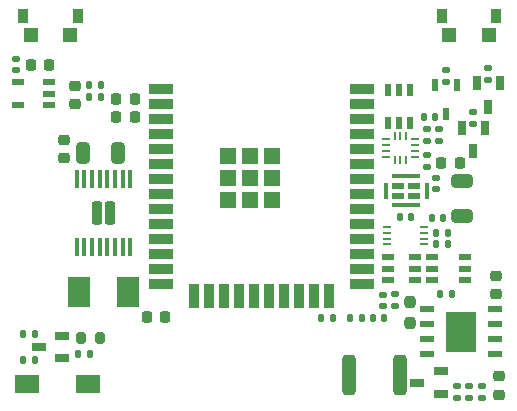
<source format=gbr>
%TF.GenerationSoftware,KiCad,Pcbnew,(6.0.9-0)*%
%TF.CreationDate,2022-11-23T11:56:12+01:00*%
%TF.ProjectId,GlowBand PCB,476c6f77-4261-46e6-9420-5043422e6b69,rev?*%
%TF.SameCoordinates,Original*%
%TF.FileFunction,Paste,Top*%
%TF.FilePolarity,Positive*%
%FSLAX46Y46*%
G04 Gerber Fmt 4.6, Leading zero omitted, Abs format (unit mm)*
G04 Created by KiCad (PCBNEW (6.0.9-0)) date 2022-11-23 11:56:12*
%MOMM*%
%LPD*%
G01*
G04 APERTURE LIST*
G04 Aperture macros list*
%AMRoundRect*
0 Rectangle with rounded corners*
0 $1 Rounding radius*
0 $2 $3 $4 $5 $6 $7 $8 $9 X,Y pos of 4 corners*
0 Add a 4 corners polygon primitive as box body*
4,1,4,$2,$3,$4,$5,$6,$7,$8,$9,$2,$3,0*
0 Add four circle primitives for the rounded corners*
1,1,$1+$1,$2,$3*
1,1,$1+$1,$4,$5*
1,1,$1+$1,$6,$7*
1,1,$1+$1,$8,$9*
0 Add four rect primitives between the rounded corners*
20,1,$1+$1,$2,$3,$4,$5,0*
20,1,$1+$1,$4,$5,$6,$7,0*
20,1,$1+$1,$6,$7,$8,$9,0*
20,1,$1+$1,$8,$9,$2,$3,0*%
G04 Aperture macros list end*
%ADD10RoundRect,0.140000X-0.140000X-0.170000X0.140000X-0.170000X0.140000X0.170000X-0.140000X0.170000X0*%
%ADD11RoundRect,0.225000X-0.250000X0.225000X-0.250000X-0.225000X0.250000X-0.225000X0.250000X0.225000X0*%
%ADD12R,0.900000X1.200000*%
%ADD13R,1.200000X1.300000*%
%ADD14O,0.750013X0.250013*%
%ADD15RoundRect,0.200000X0.200000X0.275000X-0.200000X0.275000X-0.200000X-0.275000X0.200000X-0.275000X0*%
%ADD16RoundRect,0.135000X0.185000X-0.135000X0.185000X0.135000X-0.185000X0.135000X-0.185000X-0.135000X0*%
%ADD17RoundRect,0.135000X0.135000X0.185000X-0.135000X0.185000X-0.135000X-0.185000X0.135000X-0.185000X0*%
%ADD18RoundRect,0.225000X0.250000X-0.225000X0.250000X0.225000X-0.250000X0.225000X-0.250000X-0.225000X0*%
%ADD19RoundRect,0.140000X-0.170000X0.140000X-0.170000X-0.140000X0.170000X-0.140000X0.170000X0.140000X0*%
%ADD20R,1.250013X0.700000*%
%ADD21R,1.050013X0.550013*%
%ADD22R,0.450013X1.400000*%
%ADD23R,2.400000X0.450013*%
%ADD24RoundRect,0.232500X0.232500X-0.757500X0.232500X0.757500X-0.232500X0.757500X-0.232500X-0.757500X0*%
%ADD25RoundRect,0.100000X0.100000X-0.687500X0.100000X0.687500X-0.100000X0.687500X-0.100000X-0.687500X0*%
%ADD26RoundRect,0.237500X0.237500X-0.250000X0.237500X0.250000X-0.237500X0.250000X-0.237500X-0.250000X0*%
%ADD27RoundRect,0.250000X0.312500X1.450000X-0.312500X1.450000X-0.312500X-1.450000X0.312500X-1.450000X0*%
%ADD28RoundRect,0.135000X-0.135000X-0.185000X0.135000X-0.185000X0.135000X0.185000X-0.135000X0.185000X0*%
%ADD29R,1.000000X0.600000*%
%ADD30R,2.046380X1.620015*%
%ADD31RoundRect,0.135000X-0.185000X0.135000X-0.185000X-0.135000X0.185000X-0.135000X0.185000X0.135000X0*%
%ADD32RoundRect,0.225000X-0.225000X-0.250000X0.225000X-0.250000X0.225000X0.250000X-0.225000X0.250000X0*%
%ADD33R,0.675006X0.280010*%
%ADD34R,0.280010X0.675006*%
%ADD35RoundRect,0.250000X-0.325000X-0.650000X0.325000X-0.650000X0.325000X0.650000X-0.325000X0.650000X0*%
%ADD36R,0.700000X1.250013*%
%ADD37RoundRect,0.225000X0.225000X0.250000X-0.225000X0.250000X-0.225000X-0.250000X0.225000X-0.250000X0*%
%ADD38RoundRect,0.140000X0.170000X-0.140000X0.170000X0.140000X-0.170000X0.140000X-0.170000X-0.140000X0*%
%ADD39R,2.000000X0.900000*%
%ADD40R,0.900000X2.000000*%
%ADD41R,1.330000X1.330000*%
%ADD42R,1.000000X0.550013*%
%ADD43R,0.600000X1.070003*%
%ADD44RoundRect,0.140000X0.140000X0.170000X-0.140000X0.170000X-0.140000X-0.170000X0.140000X-0.170000X0*%
%ADD45R,1.072009X0.532004*%
%ADD46R,1.900000X2.500000*%
%ADD47RoundRect,0.250000X-0.650000X0.325000X-0.650000X-0.325000X0.650000X-0.325000X0.650000X0.325000X0*%
%ADD48R,0.550013X1.000000*%
%ADD49R,1.200000X0.600000*%
%ADD50R,2.500000X3.499873*%
G04 APERTURE END LIST*
D10*
%TO.C,C17*%
X103454800Y-77686230D03*
X104414800Y-77686230D03*
%TD*%
D11*
%TO.C,C19*%
X114147600Y-82652970D03*
X114147600Y-84202970D03*
%TD*%
D12*
%TO.C,SW1*%
X109282225Y-52159732D03*
X113882175Y-52159732D03*
D13*
X109907321Y-53709643D03*
X113257333Y-53709643D03*
%TD*%
D14*
%TO.C,U3*%
X107772711Y-71486893D03*
X107772711Y-70986766D03*
X107772711Y-70486893D03*
X107772711Y-69986766D03*
X104672889Y-69986766D03*
X104672889Y-70486893D03*
X104672889Y-70986766D03*
X104672889Y-71486893D03*
%TD*%
D15*
%TO.C,R8*%
X80390000Y-79375000D03*
X78740000Y-79375000D03*
%TD*%
D16*
%TO.C,R5*%
X109016800Y-62714600D03*
X109016800Y-61694600D03*
%TD*%
D17*
%TO.C,R4*%
X74839800Y-79070200D03*
X73819800Y-79070200D03*
%TD*%
D18*
%TO.C,C18*%
X113868200Y-75705000D03*
X113868200Y-74155000D03*
%TD*%
D19*
%TO.C,C20*%
X104343200Y-75733030D03*
X104343200Y-76693030D03*
%TD*%
D17*
%TO.C,R20*%
X80418400Y-59004200D03*
X79398400Y-59004200D03*
%TD*%
D16*
%TO.C,R16*%
X113233200Y-57558400D03*
X113233200Y-56538400D03*
%TD*%
D10*
%TO.C,C2*%
X108435200Y-69265800D03*
X109395200Y-69265800D03*
%TD*%
D20*
%TO.C,U5*%
X77158600Y-81137762D03*
X77158600Y-79237838D03*
X75158600Y-80187800D03*
%TD*%
D21*
%TO.C,U15*%
X106961083Y-66494545D03*
X105610816Y-66494545D03*
X105610816Y-67344431D03*
X106961083Y-67344431D03*
D22*
X108010867Y-66919488D03*
D23*
X106285949Y-65694443D03*
D22*
X104561032Y-66919488D03*
D23*
X106285949Y-68144532D03*
%TD*%
D24*
%TO.C,U4*%
X81225000Y-68833830D03*
X80065000Y-68833830D03*
D25*
X78370000Y-71696330D03*
X79020000Y-71696330D03*
X79670000Y-71696330D03*
X80320000Y-71696330D03*
X80970000Y-71696330D03*
X81620000Y-71696330D03*
X82270000Y-71696330D03*
X82920000Y-71696330D03*
X82920000Y-65971330D03*
X82270000Y-65971330D03*
X81620000Y-65971330D03*
X80970000Y-65971330D03*
X80320000Y-65971330D03*
X79670000Y-65971330D03*
X79020000Y-65971330D03*
X78370000Y-65971330D03*
%TD*%
D26*
%TO.C,R22*%
X106578400Y-78153900D03*
X106578400Y-76328900D03*
%TD*%
D27*
%TO.C,F1*%
X105744100Y-82524600D03*
X101469100Y-82524600D03*
%TD*%
D28*
%TO.C,R1*%
X108821531Y-71424800D03*
X109841531Y-71424800D03*
%TD*%
D29*
%TO.C,U7*%
X76026902Y-59662341D03*
X76026902Y-58712379D03*
X76026902Y-57762417D03*
X73426698Y-57762417D03*
X73426698Y-59662341D03*
%TD*%
D30*
%TO.C,U6*%
X74193369Y-83325005D03*
X79324180Y-83325005D03*
%TD*%
D28*
%TO.C,R2*%
X108823531Y-70485000D03*
X109843531Y-70485000D03*
%TD*%
D18*
%TO.C,C9*%
X78206600Y-59576000D03*
X78206600Y-58026000D03*
%TD*%
D31*
%TO.C,R15*%
X109651800Y-56741600D03*
X109651800Y-57761600D03*
%TD*%
D32*
%TO.C,C1*%
X84315000Y-77597000D03*
X85865000Y-77597000D03*
%TD*%
D28*
%TO.C,R7*%
X78509400Y-80721200D03*
X79529400Y-80721200D03*
%TD*%
D33*
%TO.C,U8*%
X104527068Y-62597536D03*
X104527068Y-63097664D03*
X104527068Y-63597536D03*
X104527068Y-64097664D03*
D34*
X105289197Y-64360148D03*
X105789070Y-64360148D03*
X106289197Y-64360148D03*
D33*
X107051072Y-64097664D03*
X107051072Y-63597536D03*
X107051072Y-63097664D03*
X107051072Y-62597536D03*
D34*
X106289197Y-62335052D03*
X105789070Y-62335052D03*
X105289197Y-62335052D03*
%TD*%
D32*
%TO.C,C7*%
X74510600Y-56286400D03*
X76060600Y-56286400D03*
%TD*%
D35*
%TO.C,C6*%
X78916000Y-63779400D03*
X81866000Y-63779400D03*
%TD*%
D36*
%TO.C,U16*%
X114183162Y-57826400D03*
X112283238Y-57826400D03*
X113233200Y-59826400D03*
%TD*%
D37*
%TO.C,C16*%
X83274200Y-60706000D03*
X81724200Y-60706000D03*
%TD*%
D38*
%TO.C,C14*%
X108839000Y-66824800D03*
X108839000Y-65864800D03*
%TD*%
D39*
%TO.C,U1*%
X85548700Y-58364280D03*
X85548700Y-59634280D03*
X85548700Y-60904280D03*
X85548700Y-62174280D03*
X85548700Y-63444280D03*
X85548700Y-64714280D03*
X85548700Y-65984280D03*
X85548700Y-67254280D03*
X85548700Y-68524280D03*
X85548700Y-69794280D03*
X85548700Y-71064280D03*
X85548700Y-72334280D03*
X85548700Y-73604280D03*
X85548700Y-74874280D03*
D40*
X88333700Y-75874280D03*
X89603700Y-75874280D03*
X90873700Y-75874280D03*
X92143700Y-75874280D03*
X93413700Y-75874280D03*
X94683700Y-75874280D03*
X95953700Y-75874280D03*
X97223700Y-75874280D03*
X98493700Y-75874280D03*
X99763700Y-75874280D03*
D39*
X102548700Y-74874280D03*
X102548700Y-73604280D03*
X102548700Y-72334280D03*
X102548700Y-71064280D03*
X102548700Y-69794280D03*
X102548700Y-68524280D03*
X102548700Y-67254280D03*
X102548700Y-65984280D03*
X102548700Y-64714280D03*
X102548700Y-63444280D03*
X102548700Y-62174280D03*
X102548700Y-60904280D03*
X102548700Y-59634280D03*
X102548700Y-58364280D03*
D41*
X91213700Y-67699280D03*
X93048700Y-64029280D03*
X94883700Y-67699280D03*
X91213700Y-64029280D03*
X93048700Y-67699280D03*
X94883700Y-64029280D03*
X93048700Y-65864280D03*
X91213700Y-65864280D03*
X94883700Y-65864280D03*
%TD*%
D42*
%TO.C,U18*%
X111276470Y-74482860D03*
X111276470Y-73532898D03*
X111276470Y-72582936D03*
X108476368Y-72582936D03*
X108476368Y-73532898D03*
X108476368Y-74482860D03*
%TD*%
D16*
%TO.C,R6*%
X108051600Y-62716600D03*
X108051600Y-61696600D03*
%TD*%
D37*
%TO.C,C15*%
X110807800Y-64592200D03*
X109257800Y-64592200D03*
%TD*%
D19*
%TO.C,C11*%
X108077000Y-63934400D03*
X108077000Y-64894400D03*
%TD*%
D32*
%TO.C,C3*%
X81724200Y-59182000D03*
X83274200Y-59182000D03*
%TD*%
D17*
%TO.C,R21*%
X100078000Y-77673200D03*
X99058000Y-77673200D03*
%TD*%
D43*
%TO.C,U17*%
X110584021Y-57949322D03*
X108684097Y-57949322D03*
X109634059Y-60419476D03*
%TD*%
D31*
%TO.C,R12*%
X112699800Y-83464400D03*
X112699800Y-84484400D03*
%TD*%
D44*
%TO.C,C4*%
X106677400Y-69189600D03*
X105717400Y-69189600D03*
%TD*%
D19*
%TO.C,C8*%
X73279000Y-55781000D03*
X73279000Y-56741000D03*
%TD*%
D10*
%TO.C,C10*%
X107774800Y-60680600D03*
X108734800Y-60680600D03*
%TD*%
D45*
%TO.C,U20*%
X107020406Y-74482962D03*
X107020406Y-73533000D03*
X107020406Y-72583038D03*
X104722210Y-72583038D03*
X104722210Y-73533000D03*
X104722210Y-74482962D03*
%TD*%
D46*
%TO.C,U2*%
X82695038Y-75514200D03*
X78594962Y-75514200D03*
%TD*%
D36*
%TO.C,U13*%
X112913162Y-61585600D03*
X111013238Y-61585600D03*
X111963200Y-63585600D03*
%TD*%
D47*
%TO.C,C12*%
X111023400Y-66114400D03*
X111023400Y-69064400D03*
%TD*%
D48*
%TO.C,U10*%
X104714140Y-61204681D03*
X105664102Y-61204681D03*
X106614064Y-61204681D03*
X106614064Y-58404579D03*
X105664102Y-58404579D03*
X104714140Y-58404579D03*
%TD*%
D31*
%TO.C,R13*%
X111633000Y-83462400D03*
X111633000Y-84482400D03*
%TD*%
D16*
%TO.C,R11*%
X110617000Y-84482400D03*
X110617000Y-83462400D03*
%TD*%
D28*
%TO.C,R18*%
X79398400Y-57988200D03*
X80418400Y-57988200D03*
%TD*%
D17*
%TO.C,R3*%
X74839800Y-81305400D03*
X73819800Y-81305400D03*
%TD*%
D16*
%TO.C,R14*%
X111963200Y-61317600D03*
X111963200Y-60297600D03*
%TD*%
D12*
%TO.C,SW2*%
X73849225Y-52167232D03*
X78449175Y-52167232D03*
D13*
X74474321Y-53717143D03*
X77824333Y-53717143D03*
%TD*%
D20*
%TO.C,U9*%
X109229400Y-84134962D03*
X109229400Y-82235038D03*
X107229400Y-83185000D03*
%TD*%
D31*
%TO.C,R23*%
X105359200Y-75703030D03*
X105359200Y-76723030D03*
%TD*%
D11*
%TO.C,C5*%
X77292200Y-62623400D03*
X77292200Y-64173400D03*
%TD*%
D49*
%TO.C,U19*%
X108000800Y-76961997D03*
X108000800Y-78232000D03*
X108000800Y-79502002D03*
X108000800Y-80772005D03*
X113817412Y-80772005D03*
X113817412Y-79502002D03*
X113817412Y-78232000D03*
X113817412Y-76961997D03*
D50*
X110909106Y-78867001D03*
%TD*%
D17*
%TO.C,R17*%
X109167200Y-75666600D03*
X110187200Y-75666600D03*
%TD*%
D28*
%TO.C,R19*%
X101496400Y-77686230D03*
X102516400Y-77686230D03*
%TD*%
M02*

</source>
